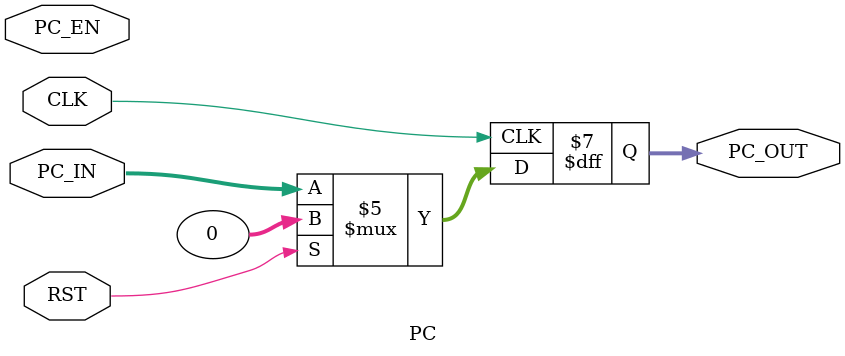
<source format=sv>
`timescale 1ns/1ps

module PC(
    input CLK,
    input RST,
    input PC_EN,
    input [31:0] PC_IN,
    output logic [31:0] PC_OUT
);

    always_ff @ (posedge CLK) begin
        if (RST) begin
            PC_OUT <= 32'h0000_0000;
        end
        else if (PC_EN) begin
            PC_OUT <= PC_IN;
        end 
        else
            PC_OUT <= PC_IN;
    end

endmodule
</source>
